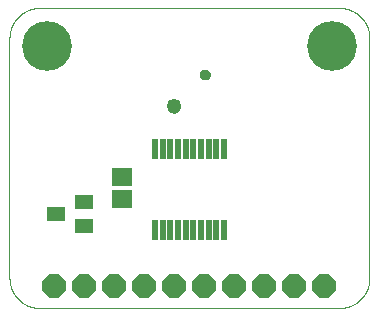
<source format=gbs>
G04 EAGLE Gerber X2 export*
G75*
%MOMM*%
%FSLAX35Y35*%
%LPD*%
%AMOC8*
5,1,8,0,0,1.08239X$1,22.5*%
G01*
%ADD10C,0.076200*%
%ADD11C,0.000000*%
%ADD12C,0.953200*%
%ADD13C,1.253200*%
%ADD14R,0.503200X1.803200*%
%ADD15R,1.703200X1.503200*%
%ADD16P,2.144431X8X112.500000*%
%ADD17R,1.603200X1.203200*%
%ADD18C,4.219200*%


D10*
X254000Y2540000D02*
X2794000Y2540000D01*
X3048000Y2286000D02*
X3048000Y254000D01*
X2794000Y0D02*
X254000Y0D01*
X0Y254000D02*
X0Y2286000D01*
X0Y254000D02*
X74Y247862D01*
X297Y241728D01*
X667Y235602D01*
X1186Y229485D01*
X1852Y223384D01*
X2665Y217300D01*
X3626Y211237D01*
X4732Y205200D01*
X5984Y199191D01*
X7381Y193214D01*
X8922Y187272D01*
X10606Y181370D01*
X12432Y175510D01*
X14399Y169695D01*
X16506Y163930D01*
X18752Y158218D01*
X21135Y152561D01*
X23654Y146964D01*
X26308Y141429D01*
X29094Y135960D01*
X32012Y130560D01*
X35060Y125232D01*
X38235Y119979D01*
X41537Y114805D01*
X44962Y109712D01*
X48510Y104703D01*
X52177Y99781D01*
X55963Y94949D01*
X59864Y90210D01*
X63878Y85567D01*
X68004Y81022D01*
X72238Y76578D01*
X76578Y72238D01*
X81022Y68004D01*
X85567Y63878D01*
X90210Y59864D01*
X94949Y55963D01*
X99781Y52177D01*
X104703Y48510D01*
X109712Y44962D01*
X114805Y41537D01*
X119979Y38235D01*
X125232Y35060D01*
X130560Y32012D01*
X135960Y29094D01*
X141429Y26308D01*
X146964Y23654D01*
X152561Y21135D01*
X158218Y18752D01*
X163930Y16506D01*
X169695Y14399D01*
X175510Y12432D01*
X181370Y10606D01*
X187272Y8922D01*
X193214Y7381D01*
X199191Y5984D01*
X205200Y4732D01*
X211237Y3626D01*
X217300Y2665D01*
X223384Y1852D01*
X229485Y1186D01*
X235602Y667D01*
X241728Y297D01*
X247862Y74D01*
X254000Y0D01*
X2794000Y0D02*
X2800138Y74D01*
X2806272Y297D01*
X2812398Y667D01*
X2818515Y1186D01*
X2824616Y1852D01*
X2830700Y2665D01*
X2836763Y3626D01*
X2842800Y4732D01*
X2848809Y5984D01*
X2854786Y7381D01*
X2860728Y8922D01*
X2866630Y10606D01*
X2872490Y12432D01*
X2878305Y14399D01*
X2884070Y16506D01*
X2889782Y18752D01*
X2895439Y21135D01*
X2901036Y23654D01*
X2906571Y26308D01*
X2912040Y29094D01*
X2917440Y32012D01*
X2922768Y35060D01*
X2928021Y38235D01*
X2933195Y41537D01*
X2938288Y44962D01*
X2943297Y48510D01*
X2948219Y52177D01*
X2953051Y55963D01*
X2957790Y59864D01*
X2962433Y63878D01*
X2966978Y68004D01*
X2971422Y72238D01*
X2975762Y76578D01*
X2979996Y81022D01*
X2984122Y85567D01*
X2988136Y90210D01*
X2992037Y94949D01*
X2995823Y99781D01*
X2999490Y104703D01*
X3003038Y109712D01*
X3006463Y114805D01*
X3009765Y119979D01*
X3012940Y125232D01*
X3015988Y130560D01*
X3018906Y135960D01*
X3021692Y141429D01*
X3024346Y146964D01*
X3026865Y152561D01*
X3029248Y158218D01*
X3031494Y163930D01*
X3033601Y169695D01*
X3035568Y175510D01*
X3037394Y181370D01*
X3039078Y187272D01*
X3040619Y193214D01*
X3042016Y199191D01*
X3043268Y205200D01*
X3044374Y211237D01*
X3045335Y217300D01*
X3046148Y223384D01*
X3046814Y229485D01*
X3047333Y235602D01*
X3047703Y241728D01*
X3047926Y247862D01*
X3048000Y254000D01*
X3048000Y2286000D02*
X3047926Y2292138D01*
X3047703Y2298272D01*
X3047333Y2304398D01*
X3046814Y2310515D01*
X3046148Y2316616D01*
X3045335Y2322700D01*
X3044374Y2328763D01*
X3043268Y2334800D01*
X3042016Y2340809D01*
X3040619Y2346786D01*
X3039078Y2352728D01*
X3037394Y2358630D01*
X3035568Y2364490D01*
X3033601Y2370305D01*
X3031494Y2376070D01*
X3029248Y2381782D01*
X3026865Y2387439D01*
X3024346Y2393036D01*
X3021692Y2398571D01*
X3018906Y2404040D01*
X3015988Y2409440D01*
X3012940Y2414768D01*
X3009765Y2420021D01*
X3006463Y2425195D01*
X3003038Y2430288D01*
X2999490Y2435297D01*
X2995823Y2440219D01*
X2992037Y2445051D01*
X2988136Y2449790D01*
X2984122Y2454433D01*
X2979996Y2458978D01*
X2975762Y2463422D01*
X2971422Y2467762D01*
X2966978Y2471996D01*
X2962433Y2476122D01*
X2957790Y2480136D01*
X2953051Y2484037D01*
X2948219Y2487823D01*
X2943297Y2491490D01*
X2938288Y2495038D01*
X2933195Y2498463D01*
X2928021Y2501765D01*
X2922768Y2504940D01*
X2917440Y2507988D01*
X2912040Y2510906D01*
X2906571Y2513692D01*
X2901036Y2516346D01*
X2895439Y2518865D01*
X2889782Y2521248D01*
X2884070Y2523494D01*
X2878305Y2525601D01*
X2872490Y2527568D01*
X2866630Y2529394D01*
X2860728Y2531078D01*
X2854786Y2532619D01*
X2848809Y2534016D01*
X2842800Y2535268D01*
X2836763Y2536374D01*
X2830700Y2537335D01*
X2824616Y2538148D01*
X2818515Y2538814D01*
X2812398Y2539333D01*
X2806272Y2539703D01*
X2800138Y2539926D01*
X2794000Y2540000D01*
X254000Y2540000D02*
X247862Y2539926D01*
X241728Y2539703D01*
X235602Y2539333D01*
X229485Y2538814D01*
X223384Y2538148D01*
X217300Y2537335D01*
X211237Y2536374D01*
X205200Y2535268D01*
X199191Y2534016D01*
X193214Y2532619D01*
X187272Y2531078D01*
X181370Y2529394D01*
X175510Y2527568D01*
X169695Y2525601D01*
X163930Y2523494D01*
X158218Y2521248D01*
X152561Y2518865D01*
X146964Y2516346D01*
X141429Y2513692D01*
X135960Y2510906D01*
X130560Y2507988D01*
X125232Y2504940D01*
X119979Y2501765D01*
X114805Y2498463D01*
X109712Y2495038D01*
X104703Y2491490D01*
X99781Y2487823D01*
X94949Y2484037D01*
X90210Y2480136D01*
X85567Y2476122D01*
X81022Y2471996D01*
X76578Y2467762D01*
X72238Y2463422D01*
X68004Y2458978D01*
X63878Y2454433D01*
X59864Y2449790D01*
X55963Y2445051D01*
X52177Y2440219D01*
X48510Y2435297D01*
X44962Y2430288D01*
X41537Y2425195D01*
X38235Y2420021D01*
X35060Y2414768D01*
X32012Y2409440D01*
X29094Y2404040D01*
X26308Y2398571D01*
X23654Y2393036D01*
X21135Y2387439D01*
X18752Y2381782D01*
X16506Y2376070D01*
X14399Y2370305D01*
X12432Y2364490D01*
X10606Y2358630D01*
X8922Y2352728D01*
X7381Y2346786D01*
X5984Y2340809D01*
X4732Y2334800D01*
X3626Y2328763D01*
X2665Y2322700D01*
X1852Y2316616D01*
X1186Y2310515D01*
X667Y2304398D01*
X297Y2298272D01*
X74Y2292138D01*
X0Y2286000D01*
D11*
X1620850Y1975850D02*
X1620861Y1976770D01*
X1620895Y1977690D01*
X1620952Y1978609D01*
X1621031Y1979526D01*
X1621132Y1980440D01*
X1621256Y1981352D01*
X1621402Y1982261D01*
X1621571Y1983166D01*
X1621761Y1984066D01*
X1621974Y1984962D01*
X1622208Y1985852D01*
X1622465Y1986736D01*
X1622743Y1987613D01*
X1623042Y1988483D01*
X1623363Y1989346D01*
X1623705Y1990201D01*
X1624067Y1991047D01*
X1624450Y1991883D01*
X1624854Y1992710D01*
X1625278Y1993527D01*
X1625722Y1994334D01*
X1626185Y1995129D01*
X1626668Y1995912D01*
X1627170Y1996684D01*
X1627691Y1997443D01*
X1628230Y1998189D01*
X1628787Y1998921D01*
X1629362Y1999640D01*
X1629955Y2000344D01*
X1630564Y2001033D01*
X1631191Y2001708D01*
X1631833Y2002367D01*
X1632492Y2003009D01*
X1633167Y2003636D01*
X1633856Y2004245D01*
X1634560Y2004838D01*
X1635279Y2005413D01*
X1636011Y2005970D01*
X1636757Y2006509D01*
X1637516Y2007030D01*
X1638288Y2007532D01*
X1639071Y2008015D01*
X1639866Y2008478D01*
X1640673Y2008922D01*
X1641490Y2009346D01*
X1642317Y2009750D01*
X1643153Y2010133D01*
X1643999Y2010495D01*
X1644854Y2010837D01*
X1645717Y2011158D01*
X1646587Y2011457D01*
X1647464Y2011735D01*
X1648348Y2011992D01*
X1649238Y2012226D01*
X1650134Y2012439D01*
X1651034Y2012629D01*
X1651939Y2012798D01*
X1652848Y2012944D01*
X1653760Y2013068D01*
X1654674Y2013169D01*
X1655591Y2013248D01*
X1656510Y2013305D01*
X1657430Y2013339D01*
X1658350Y2013350D01*
X1659270Y2013339D01*
X1660190Y2013305D01*
X1661109Y2013248D01*
X1662026Y2013169D01*
X1662940Y2013068D01*
X1663852Y2012944D01*
X1664761Y2012798D01*
X1665666Y2012629D01*
X1666566Y2012439D01*
X1667462Y2012226D01*
X1668352Y2011992D01*
X1669236Y2011735D01*
X1670113Y2011457D01*
X1670983Y2011158D01*
X1671846Y2010837D01*
X1672701Y2010495D01*
X1673547Y2010133D01*
X1674383Y2009750D01*
X1675210Y2009346D01*
X1676027Y2008922D01*
X1676834Y2008478D01*
X1677629Y2008015D01*
X1678412Y2007532D01*
X1679184Y2007030D01*
X1679943Y2006509D01*
X1680689Y2005970D01*
X1681421Y2005413D01*
X1682140Y2004838D01*
X1682844Y2004245D01*
X1683533Y2003636D01*
X1684208Y2003009D01*
X1684867Y2002367D01*
X1685509Y2001708D01*
X1686136Y2001033D01*
X1686745Y2000344D01*
X1687338Y1999640D01*
X1687913Y1998921D01*
X1688470Y1998189D01*
X1689009Y1997443D01*
X1689530Y1996684D01*
X1690032Y1995912D01*
X1690515Y1995129D01*
X1690978Y1994334D01*
X1691422Y1993527D01*
X1691846Y1992710D01*
X1692250Y1991883D01*
X1692633Y1991047D01*
X1692995Y1990201D01*
X1693337Y1989346D01*
X1693658Y1988483D01*
X1693957Y1987613D01*
X1694235Y1986736D01*
X1694492Y1985852D01*
X1694726Y1984962D01*
X1694939Y1984066D01*
X1695129Y1983166D01*
X1695298Y1982261D01*
X1695444Y1981352D01*
X1695568Y1980440D01*
X1695669Y1979526D01*
X1695748Y1978609D01*
X1695805Y1977690D01*
X1695839Y1976770D01*
X1695850Y1975850D01*
X1695839Y1974930D01*
X1695805Y1974010D01*
X1695748Y1973091D01*
X1695669Y1972174D01*
X1695568Y1971260D01*
X1695444Y1970348D01*
X1695298Y1969439D01*
X1695129Y1968534D01*
X1694939Y1967634D01*
X1694726Y1966738D01*
X1694492Y1965848D01*
X1694235Y1964964D01*
X1693957Y1964087D01*
X1693658Y1963217D01*
X1693337Y1962354D01*
X1692995Y1961499D01*
X1692633Y1960653D01*
X1692250Y1959817D01*
X1691846Y1958990D01*
X1691422Y1958173D01*
X1690978Y1957366D01*
X1690515Y1956571D01*
X1690032Y1955788D01*
X1689530Y1955016D01*
X1689009Y1954257D01*
X1688470Y1953511D01*
X1687913Y1952779D01*
X1687338Y1952060D01*
X1686745Y1951356D01*
X1686136Y1950667D01*
X1685509Y1949992D01*
X1684867Y1949333D01*
X1684208Y1948691D01*
X1683533Y1948064D01*
X1682844Y1947455D01*
X1682140Y1946862D01*
X1681421Y1946287D01*
X1680689Y1945730D01*
X1679943Y1945191D01*
X1679184Y1944670D01*
X1678412Y1944168D01*
X1677629Y1943685D01*
X1676834Y1943222D01*
X1676027Y1942778D01*
X1675210Y1942354D01*
X1674383Y1941950D01*
X1673547Y1941567D01*
X1672701Y1941205D01*
X1671846Y1940863D01*
X1670983Y1940542D01*
X1670113Y1940243D01*
X1669236Y1939965D01*
X1668352Y1939708D01*
X1667462Y1939474D01*
X1666566Y1939261D01*
X1665666Y1939071D01*
X1664761Y1938902D01*
X1663852Y1938756D01*
X1662940Y1938632D01*
X1662026Y1938531D01*
X1661109Y1938452D01*
X1660190Y1938395D01*
X1659270Y1938361D01*
X1658350Y1938350D01*
X1657430Y1938361D01*
X1656510Y1938395D01*
X1655591Y1938452D01*
X1654674Y1938531D01*
X1653760Y1938632D01*
X1652848Y1938756D01*
X1651939Y1938902D01*
X1651034Y1939071D01*
X1650134Y1939261D01*
X1649238Y1939474D01*
X1648348Y1939708D01*
X1647464Y1939965D01*
X1646587Y1940243D01*
X1645717Y1940542D01*
X1644854Y1940863D01*
X1643999Y1941205D01*
X1643153Y1941567D01*
X1642317Y1941950D01*
X1641490Y1942354D01*
X1640673Y1942778D01*
X1639866Y1943222D01*
X1639071Y1943685D01*
X1638288Y1944168D01*
X1637516Y1944670D01*
X1636757Y1945191D01*
X1636011Y1945730D01*
X1635279Y1946287D01*
X1634560Y1946862D01*
X1633856Y1947455D01*
X1633167Y1948064D01*
X1632492Y1948691D01*
X1631833Y1949333D01*
X1631191Y1949992D01*
X1630564Y1950667D01*
X1629955Y1951356D01*
X1629362Y1952060D01*
X1628787Y1952779D01*
X1628230Y1953511D01*
X1627691Y1954257D01*
X1627170Y1955016D01*
X1626668Y1955788D01*
X1626185Y1956571D01*
X1625722Y1957366D01*
X1625278Y1958173D01*
X1624854Y1958990D01*
X1624450Y1959817D01*
X1624067Y1960653D01*
X1623705Y1961499D01*
X1623363Y1962354D01*
X1623042Y1963217D01*
X1622743Y1964087D01*
X1622465Y1964964D01*
X1622208Y1965848D01*
X1621974Y1966738D01*
X1621761Y1967634D01*
X1621571Y1968534D01*
X1621402Y1969439D01*
X1621256Y1970348D01*
X1621132Y1971260D01*
X1621031Y1972174D01*
X1620952Y1973091D01*
X1620895Y1974010D01*
X1620861Y1974930D01*
X1620850Y1975850D01*
D12*
X1658350Y1975850D03*
D11*
X1337150Y1707150D02*
X1337166Y1708438D01*
X1337213Y1709726D01*
X1337292Y1711012D01*
X1337403Y1712296D01*
X1337545Y1713577D01*
X1337718Y1714853D01*
X1337923Y1716125D01*
X1338159Y1717392D01*
X1338426Y1718653D01*
X1338723Y1719906D01*
X1339052Y1721152D01*
X1339411Y1722390D01*
X1339800Y1723618D01*
X1340219Y1724837D01*
X1340668Y1726044D01*
X1341146Y1727241D01*
X1341654Y1728425D01*
X1342191Y1729597D01*
X1342756Y1730755D01*
X1343349Y1731898D01*
X1343970Y1733027D01*
X1344619Y1734140D01*
X1345295Y1735237D01*
X1345998Y1736317D01*
X1346727Y1737380D01*
X1347482Y1738424D01*
X1348262Y1739450D01*
X1349067Y1740456D01*
X1349897Y1741442D01*
X1350750Y1742407D01*
X1351627Y1743351D01*
X1352527Y1744273D01*
X1353449Y1745173D01*
X1354393Y1746050D01*
X1355358Y1746903D01*
X1356344Y1747733D01*
X1357350Y1748538D01*
X1358376Y1749318D01*
X1359420Y1750073D01*
X1360483Y1750802D01*
X1361563Y1751505D01*
X1362660Y1752181D01*
X1363773Y1752830D01*
X1364902Y1753451D01*
X1366045Y1754044D01*
X1367203Y1754609D01*
X1368375Y1755146D01*
X1369559Y1755654D01*
X1370756Y1756132D01*
X1371963Y1756581D01*
X1373182Y1757000D01*
X1374410Y1757389D01*
X1375648Y1757748D01*
X1376894Y1758077D01*
X1378147Y1758374D01*
X1379408Y1758641D01*
X1380675Y1758877D01*
X1381947Y1759082D01*
X1383223Y1759255D01*
X1384504Y1759397D01*
X1385788Y1759508D01*
X1387074Y1759587D01*
X1388362Y1759634D01*
X1389650Y1759650D01*
X1390938Y1759634D01*
X1392226Y1759587D01*
X1393512Y1759508D01*
X1394796Y1759397D01*
X1396077Y1759255D01*
X1397353Y1759082D01*
X1398625Y1758877D01*
X1399892Y1758641D01*
X1401153Y1758374D01*
X1402406Y1758077D01*
X1403652Y1757748D01*
X1404890Y1757389D01*
X1406118Y1757000D01*
X1407337Y1756581D01*
X1408544Y1756132D01*
X1409741Y1755654D01*
X1410925Y1755146D01*
X1412097Y1754609D01*
X1413255Y1754044D01*
X1414398Y1753451D01*
X1415527Y1752830D01*
X1416640Y1752181D01*
X1417737Y1751505D01*
X1418817Y1750802D01*
X1419880Y1750073D01*
X1420924Y1749318D01*
X1421950Y1748538D01*
X1422956Y1747733D01*
X1423942Y1746903D01*
X1424907Y1746050D01*
X1425851Y1745173D01*
X1426773Y1744273D01*
X1427673Y1743351D01*
X1428550Y1742407D01*
X1429403Y1741442D01*
X1430233Y1740456D01*
X1431038Y1739450D01*
X1431818Y1738424D01*
X1432573Y1737380D01*
X1433302Y1736317D01*
X1434005Y1735237D01*
X1434681Y1734140D01*
X1435330Y1733027D01*
X1435951Y1731898D01*
X1436544Y1730755D01*
X1437109Y1729597D01*
X1437646Y1728425D01*
X1438154Y1727241D01*
X1438632Y1726044D01*
X1439081Y1724837D01*
X1439500Y1723618D01*
X1439889Y1722390D01*
X1440248Y1721152D01*
X1440577Y1719906D01*
X1440874Y1718653D01*
X1441141Y1717392D01*
X1441377Y1716125D01*
X1441582Y1714853D01*
X1441755Y1713577D01*
X1441897Y1712296D01*
X1442008Y1711012D01*
X1442087Y1709726D01*
X1442134Y1708438D01*
X1442150Y1707150D01*
X1442134Y1705862D01*
X1442087Y1704574D01*
X1442008Y1703288D01*
X1441897Y1702004D01*
X1441755Y1700723D01*
X1441582Y1699447D01*
X1441377Y1698175D01*
X1441141Y1696908D01*
X1440874Y1695647D01*
X1440577Y1694394D01*
X1440248Y1693148D01*
X1439889Y1691910D01*
X1439500Y1690682D01*
X1439081Y1689463D01*
X1438632Y1688256D01*
X1438154Y1687059D01*
X1437646Y1685875D01*
X1437109Y1684703D01*
X1436544Y1683545D01*
X1435951Y1682402D01*
X1435330Y1681273D01*
X1434681Y1680160D01*
X1434005Y1679063D01*
X1433302Y1677983D01*
X1432573Y1676920D01*
X1431818Y1675876D01*
X1431038Y1674850D01*
X1430233Y1673844D01*
X1429403Y1672858D01*
X1428550Y1671893D01*
X1427673Y1670949D01*
X1426773Y1670027D01*
X1425851Y1669127D01*
X1424907Y1668250D01*
X1423942Y1667397D01*
X1422956Y1666567D01*
X1421950Y1665762D01*
X1420924Y1664982D01*
X1419880Y1664227D01*
X1418817Y1663498D01*
X1417737Y1662795D01*
X1416640Y1662119D01*
X1415527Y1661470D01*
X1414398Y1660849D01*
X1413255Y1660256D01*
X1412097Y1659691D01*
X1410925Y1659154D01*
X1409741Y1658646D01*
X1408544Y1658168D01*
X1407337Y1657719D01*
X1406118Y1657300D01*
X1404890Y1656911D01*
X1403652Y1656552D01*
X1402406Y1656223D01*
X1401153Y1655926D01*
X1399892Y1655659D01*
X1398625Y1655423D01*
X1397353Y1655218D01*
X1396077Y1655045D01*
X1394796Y1654903D01*
X1393512Y1654792D01*
X1392226Y1654713D01*
X1390938Y1654666D01*
X1389650Y1654650D01*
X1388362Y1654666D01*
X1387074Y1654713D01*
X1385788Y1654792D01*
X1384504Y1654903D01*
X1383223Y1655045D01*
X1381947Y1655218D01*
X1380675Y1655423D01*
X1379408Y1655659D01*
X1378147Y1655926D01*
X1376894Y1656223D01*
X1375648Y1656552D01*
X1374410Y1656911D01*
X1373182Y1657300D01*
X1371963Y1657719D01*
X1370756Y1658168D01*
X1369559Y1658646D01*
X1368375Y1659154D01*
X1367203Y1659691D01*
X1366045Y1660256D01*
X1364902Y1660849D01*
X1363773Y1661470D01*
X1362660Y1662119D01*
X1361563Y1662795D01*
X1360483Y1663498D01*
X1359420Y1664227D01*
X1358376Y1664982D01*
X1357350Y1665762D01*
X1356344Y1666567D01*
X1355358Y1667397D01*
X1354393Y1668250D01*
X1353449Y1669127D01*
X1352527Y1670027D01*
X1351627Y1670949D01*
X1350750Y1671893D01*
X1349897Y1672858D01*
X1349067Y1673844D01*
X1348262Y1674850D01*
X1347482Y1675876D01*
X1346727Y1676920D01*
X1345998Y1677983D01*
X1345295Y1679063D01*
X1344619Y1680160D01*
X1343970Y1681273D01*
X1343349Y1682402D01*
X1342756Y1683545D01*
X1342191Y1684703D01*
X1341654Y1685875D01*
X1341146Y1687059D01*
X1340668Y1688256D01*
X1340219Y1689463D01*
X1339800Y1690682D01*
X1339411Y1691910D01*
X1339052Y1693148D01*
X1338723Y1694394D01*
X1338426Y1695647D01*
X1338159Y1696908D01*
X1337923Y1698175D01*
X1337718Y1699447D01*
X1337545Y1700723D01*
X1337403Y1702004D01*
X1337292Y1703288D01*
X1337213Y1704574D01*
X1337166Y1705862D01*
X1337150Y1707150D01*
D13*
X1389650Y1707150D03*
D14*
X1231000Y1348500D03*
X1296000Y1348500D03*
X1361000Y1348500D03*
X1426000Y1348500D03*
X1491000Y1348500D03*
X1556000Y1348500D03*
X1621000Y1348500D03*
X1686000Y1348500D03*
X1751000Y1348500D03*
X1816000Y1348500D03*
X1231000Y663500D03*
X1296000Y663500D03*
X1361000Y663500D03*
X1426000Y663500D03*
X1491000Y663500D03*
X1556000Y663500D03*
X1621000Y663500D03*
X1686000Y663500D03*
X1751000Y663500D03*
X1816000Y663500D03*
D15*
X952500Y1111000D03*
X952500Y921000D03*
D16*
X381000Y190500D03*
X635000Y190500D03*
X889000Y190500D03*
X1143000Y190500D03*
X1397000Y190500D03*
X1651000Y190500D03*
X1905000Y190500D03*
X2159000Y190500D03*
X2413000Y190500D03*
X2667000Y190500D03*
D17*
X634200Y895350D03*
X634200Y692150D03*
X392900Y793750D03*
D18*
X317500Y2222500D03*
X2730500Y2222500D03*
M02*

</source>
